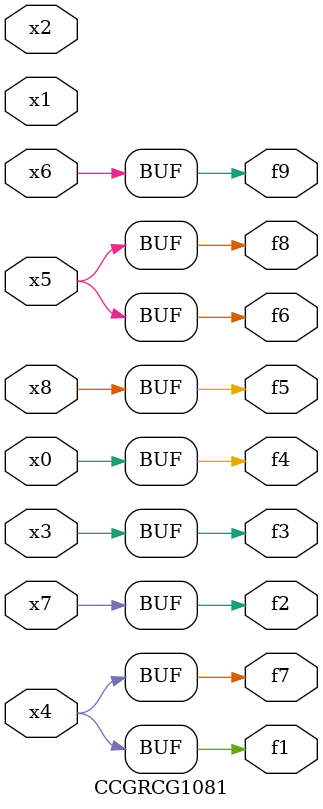
<source format=v>
module CCGRCG1081(
	input x0, x1, x2, x3, x4, x5, x6, x7, x8,
	output f1, f2, f3, f4, f5, f6, f7, f8, f9
);
	assign f1 = x4;
	assign f2 = x7;
	assign f3 = x3;
	assign f4 = x0;
	assign f5 = x8;
	assign f6 = x5;
	assign f7 = x4;
	assign f8 = x5;
	assign f9 = x6;
endmodule

</source>
